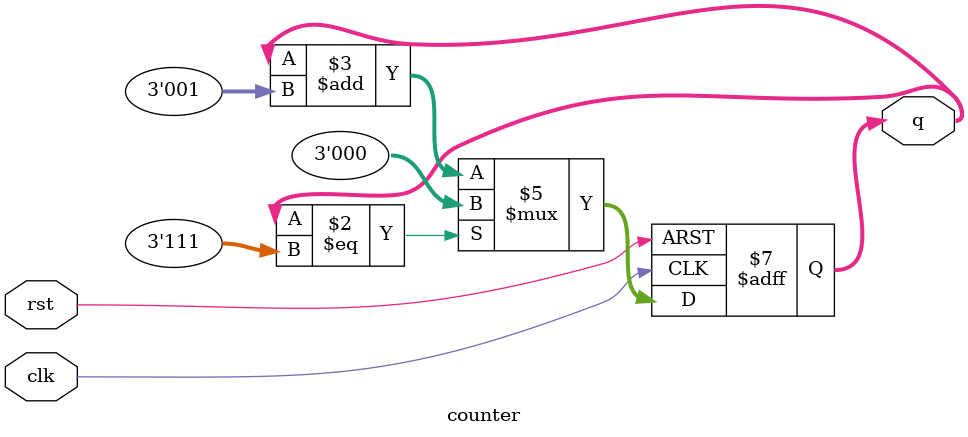
<source format=v>
module counter (
    input clk,rst,
    output reg [2:0] q
);
    always @(posedge clk or posedge rst) begin
        if (rst) begin
            q <= 3'b000;
        end else begin
            if (q == 3'b111) begin
                q <= 3'b000;
            end else begin
                q <= q + 3'b001;
            end
        end
    end
endmodule
</source>
